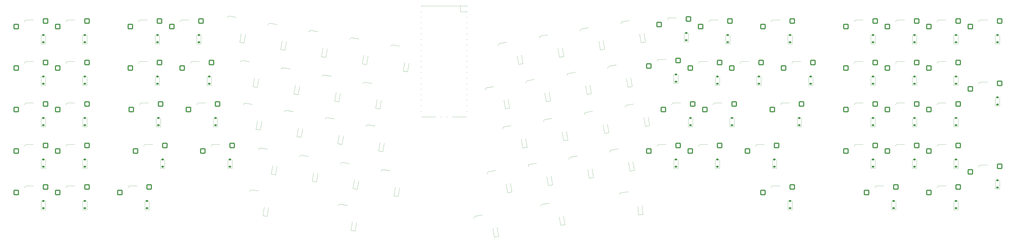
<source format=gbr>
%TF.GenerationSoftware,KiCad,Pcbnew,8.0.1*%
%TF.CreationDate,2024-04-27T19:13:13+09:00*%
%TF.ProjectId,sand-at,73616e64-2d61-4742-9e6b-696361645f70,rev?*%
%TF.SameCoordinates,Original*%
%TF.FileFunction,Legend,Bot*%
%TF.FilePolarity,Positive*%
%FSLAX46Y46*%
G04 Gerber Fmt 4.6, Leading zero omitted, Abs format (unit mm)*
G04 Created by KiCad (PCBNEW 8.0.1) date 2024-04-27 19:13:13*
%MOMM*%
%LPD*%
G01*
G04 APERTURE LIST*
G04 Aperture macros list*
%AMRoundRect*
0 Rectangle with rounded corners*
0 $1 Rounding radius*
0 $2 $3 $4 $5 $6 $7 $8 $9 X,Y pos of 4 corners*
0 Add a 4 corners polygon primitive as box body*
4,1,4,$2,$3,$4,$5,$6,$7,$8,$9,$2,$3,0*
0 Add four circle primitives for the rounded corners*
1,1,$1+$1,$2,$3*
1,1,$1+$1,$4,$5*
1,1,$1+$1,$6,$7*
1,1,$1+$1,$8,$9*
0 Add four rect primitives between the rounded corners*
20,1,$1+$1,$2,$3,$4,$5,0*
20,1,$1+$1,$4,$5,$6,$7,0*
20,1,$1+$1,$6,$7,$8,$9,0*
20,1,$1+$1,$8,$9,$2,$3,0*%
G04 Aperture macros list end*
%ADD10C,0.120000*%
%ADD11C,1.750000*%
%ADD12C,3.987800*%
%ADD13RoundRect,0.250000X-0.835780X-1.162797X1.183076X-0.806818X0.835780X1.162797X-1.183076X0.806818X0*%
%ADD14C,3.300000*%
%ADD15RoundRect,0.250000X-1.025000X-1.000000X1.025000X-1.000000X1.025000X1.000000X-1.025000X1.000000X0*%
%ADD16RoundRect,0.250000X-1.183076X-0.806818X0.835780X-1.162797X1.183076X0.806818X-0.835780X1.162797X0*%
%ADD17C,4.000000*%
%ADD18RoundRect,0.250000X-0.914856X-1.101664X1.123913X-0.887380X0.914856X1.101664X-1.123913X0.887380X0*%
%ADD19RoundRect,0.250000X-1.161551X-0.837511X0.865932X-1.140521X1.161551X0.837511X-0.865932X1.140521X0*%
%ADD20RoundRect,0.225000X0.330232X-0.286700X0.408374X0.156464X-0.330232X0.286700X-0.408374X-0.156464X0*%
%ADD21RoundRect,0.225000X0.396465X-0.184569X0.349427X0.262966X-0.396465X0.184569X-0.349427X-0.262966X0*%
%ADD22RoundRect,0.225000X0.408374X-0.156464X0.330232X0.286700X-0.408374X0.156464X-0.330232X-0.286700X0*%
%ADD23RoundRect,0.225000X0.375000X-0.225000X0.375000X0.225000X-0.375000X0.225000X-0.375000X-0.225000X0*%
%ADD24RoundRect,0.225000X0.337624X-0.277957X0.404138X0.167100X-0.337624X0.277957X-0.404138X-0.167100X0*%
%ADD25O,1.800000X1.800000*%
%ADD26O,1.500000X1.500000*%
%ADD27O,1.700000X1.700000*%
%ADD28R,3.500000X1.700000*%
%ADD29R,1.700000X1.700000*%
%ADD30R,1.700000X3.500000*%
G04 APERTURE END LIST*
D10*
%TO.C,SW52*%
X341640075Y-85185100D02*
X344636740Y-84656707D01*
X340828916Y-86343556D02*
G75*
G02*
X341640075Y-85185101I984815J173643D01*
G01*
%TO.C,SW60*%
X85032107Y-103193050D02*
X88075000Y-103193050D01*
X84032107Y-104193050D02*
G75*
G02*
X85032107Y-103193050I1000006J-6D01*
G01*
%TO.C,SW27*%
X202777929Y-71330372D02*
X205774594Y-71858765D01*
X201619473Y-72141531D02*
G75*
G02*
X202777929Y-71330372I984811J-173653D01*
G01*
%TO.C,SW7*%
X196705633Y-50915785D02*
X199702298Y-51444178D01*
X195547177Y-51726944D02*
G75*
G02*
X196705633Y-50915785I984811J-173653D01*
G01*
%TO.C,SW51*%
X322879487Y-88493098D02*
X325876152Y-87964705D01*
X322068328Y-89651554D02*
G75*
G02*
X322879487Y-88493099I984815J173643D01*
G01*
%TO.C,SW67*%
X278347986Y-115689080D02*
X281344651Y-115160687D01*
X277536827Y-116847536D02*
G75*
G02*
X278347986Y-115689081I984815J173643D01*
G01*
%TO.C,SW88*%
X485082107Y-122243050D02*
X488125000Y-122243050D01*
X484082107Y-123243050D02*
G75*
G02*
X485082107Y-122243050I1000006J-6D01*
G01*
%TO.C,SW14*%
X361257107Y-45090550D02*
X364300000Y-45090550D01*
X360257107Y-46090550D02*
G75*
G02*
X361257107Y-45090550I1000006J-6D01*
G01*
%TO.C,SW85*%
X339230017Y-125296986D02*
X342256241Y-124978917D01*
X338340024Y-126396036D02*
G75*
G02*
X339230017Y-125296987I994526J104524D01*
G01*
%TO.C,SW12*%
X320953639Y-50144923D02*
X323950304Y-49616530D01*
X320142480Y-51303379D02*
G75*
G02*
X320953639Y-50144924I984815J173643D01*
G01*
%TO.C,SW59*%
X65982107Y-103193050D02*
X69025000Y-103193050D01*
X64982107Y-104193050D02*
G75*
G02*
X65982107Y-103193050I1000006J-6D01*
G01*
%TO.C,SW44*%
X145039607Y-84143050D02*
X148082500Y-84143050D01*
X144039607Y-85143050D02*
G75*
G02*
X145039607Y-84143050I1000006J-6D01*
G01*
%TO.C,SW87*%
X456507107Y-122243050D02*
X459550000Y-122243050D01*
X455507107Y-123243050D02*
G75*
G02*
X456507107Y-122243050I1000006J-6D01*
G01*
%TO.C,SW49*%
X285358312Y-95109094D02*
X288354977Y-94580701D01*
X284547153Y-96267550D02*
G75*
G02*
X285358312Y-95109095I984815J173643D01*
G01*
%TO.C,SW20*%
X504132107Y-46043050D02*
X507175000Y-46043050D01*
X503132107Y-47043050D02*
G75*
G02*
X504132107Y-46043050I1000006J-6D01*
G01*
%TO.C,SW2*%
X85032107Y-46043050D02*
X88075000Y-46043050D01*
X84032107Y-47043050D02*
G75*
G02*
X85032107Y-46043050I1000006J-6D01*
G01*
%TO.C,SW30*%
X296120755Y-73867508D02*
X299117420Y-73339115D01*
X295309596Y-75025964D02*
G75*
G02*
X296120755Y-73867509I984815J173643D01*
G01*
%TO.C,SW73*%
X401738357Y-103193050D02*
X404781250Y-103193050D01*
X400738357Y-104193050D02*
G75*
G02*
X401738357Y-103193050I1000006J-6D01*
G01*
%TO.C,SW10*%
X283432463Y-56760919D02*
X286429128Y-56232526D01*
X282621304Y-57919375D02*
G75*
G02*
X283432463Y-56760920I984815J173643D01*
G01*
%TO.C,SW25*%
X165256754Y-64714376D02*
X168253419Y-65242769D01*
X164098298Y-65525535D02*
G75*
G02*
X165256754Y-64714376I984811J-173653D01*
G01*
%TO.C,SW31*%
X314881343Y-70559510D02*
X317878008Y-70031117D01*
X314070184Y-71717966D02*
G75*
G02*
X314881343Y-70559511I984815J173643D01*
G01*
%TO.C,SW82*%
X210207479Y-130672033D02*
X213204144Y-131200426D01*
X209049023Y-131483192D02*
G75*
G02*
X210207479Y-130672033I984811J-173653D01*
G01*
%TO.C,SW39*%
X485082107Y-65093050D02*
X488125000Y-65093050D01*
X484082107Y-66093050D02*
G75*
G02*
X485082107Y-65093050I1000006J-6D01*
G01*
%TO.C,SW40*%
X504132107Y-74618050D02*
X507175000Y-74618050D01*
X503132107Y-75618050D02*
G75*
G02*
X504132107Y-74618050I1000006J-6D01*
G01*
%TO.C,SW3*%
X118369607Y-46043050D02*
X121412500Y-46043050D01*
X117369607Y-47043050D02*
G75*
G02*
X118369607Y-46043050I1000006J-6D01*
G01*
%TO.C,SW74*%
X446982107Y-103193050D02*
X450025000Y-103193050D01*
X445982107Y-104193050D02*
G75*
G02*
X446982107Y-103193050I1000006J-6D01*
G01*
%TO.C,SW63*%
X173649228Y-104881950D02*
X176645893Y-105410343D01*
X172490772Y-105693109D02*
G75*
G02*
X173649228Y-104881950I984811J-173653D01*
G01*
%TO.C,SW65*%
X211170404Y-111497945D02*
X214167069Y-112026338D01*
X210011948Y-112309104D02*
G75*
G02*
X211170404Y-111497945I984811J-173653D01*
G01*
%TO.C,SW84*%
X302761645Y-130728170D02*
X305758310Y-130199777D01*
X301950486Y-131886626D02*
G75*
G02*
X302761645Y-130728171I984815J173643D01*
G01*
%TO.C,SW1*%
X65982107Y-46043050D02*
X69025000Y-46043050D01*
X64982107Y-47043050D02*
G75*
G02*
X65982107Y-46043050I1000006J-6D01*
G01*
%TO.C,SW81*%
X169540691Y-124082241D02*
X172550161Y-124532009D01*
X168403867Y-124923447D02*
G75*
G02*
X169540691Y-124082242I989017J-147813D01*
G01*
%TO.C,SW50*%
X304118900Y-91801096D02*
X307115565Y-91272703D01*
X303307741Y-92959552D02*
G75*
G02*
X304118900Y-91801097I984815J173643D01*
G01*
%TO.C,SW24*%
X142182107Y-65093050D02*
X145225000Y-65093050D01*
X141182107Y-66093050D02*
G75*
G02*
X142182107Y-65093050I1000006J-6D01*
G01*
%TO.C,SW48*%
X222920666Y-94225957D02*
X225917331Y-94754350D01*
X221762210Y-95037116D02*
G75*
G02*
X222920666Y-94225957I984811J-173653D01*
G01*
%TO.C,SW56*%
X446982107Y-84143050D02*
X450025000Y-84143050D01*
X445982107Y-85143050D02*
G75*
G02*
X446982107Y-84143050I1000006J-6D01*
G01*
%TO.C,SW5*%
X159184458Y-44299790D02*
X162181123Y-44828183D01*
X158026002Y-45110949D02*
G75*
G02*
X159184458Y-44299790I984811J-173653D01*
G01*
%TO.C,SW26*%
X184017342Y-68022374D02*
X187014007Y-68550767D01*
X182858886Y-68833533D02*
G75*
G02*
X184017342Y-68022374I984811J-173653D01*
G01*
%TO.C,SW61*%
X120750857Y-103193050D02*
X123793750Y-103193050D01*
X119750857Y-104193050D02*
G75*
G02*
X120750857Y-103193050I1000006J-6D01*
G01*
%TO.C,SW8*%
X215466221Y-54223783D02*
X218462886Y-54752176D01*
X214307765Y-55034942D02*
G75*
G02*
X215466221Y-54223783I984811J-173653D01*
G01*
%TO.C,SW23*%
X118369607Y-65093050D02*
X121412500Y-65093050D01*
X117369607Y-66093050D02*
G75*
G02*
X118369607Y-65093050I1000006J-6D01*
G01*
%TO.C,SW86*%
X408882107Y-122243050D02*
X411925000Y-122243050D01*
X407882107Y-123243050D02*
G75*
G02*
X408882107Y-122243050I1000006J-6D01*
G01*
%TO.C,SW33*%
X356494607Y-64140550D02*
X359537500Y-64140550D01*
X355494607Y-65140550D02*
G75*
G02*
X356494607Y-64140550I1000006J-6D01*
G01*
%TO.C,SW13*%
X339714226Y-46836925D02*
X342710891Y-46308532D01*
X338903067Y-47995381D02*
G75*
G02*
X339714226Y-46836926I984815J173643D01*
G01*
%TO.C,SW55*%
X413168357Y-84143050D02*
X416211250Y-84143050D01*
X412168357Y-85143050D02*
G75*
G02*
X413168357Y-84143050I1000006J-6D01*
G01*
%TO.C,SW71*%
X356494607Y-103193050D02*
X359537500Y-103193050D01*
X355494607Y-104193050D02*
G75*
G02*
X356494607Y-103193050I1000006J-6D01*
G01*
%TO.C,SW36*%
X418407107Y-65093050D02*
X421450000Y-65093050D01*
X417407107Y-66093050D02*
G75*
G02*
X418407107Y-65093050I1000006J-6D01*
G01*
%TO.C,SW34*%
X375544607Y-65093050D02*
X378587500Y-65093050D01*
X374544607Y-66093050D02*
G75*
G02*
X375544607Y-65093050I1000006J-6D01*
G01*
%TO.C,SW42*%
X85032107Y-84143050D02*
X88075000Y-84143050D01*
X84032107Y-85143050D02*
G75*
G02*
X85032107Y-84143050I1000006J-6D01*
G01*
%TO.C,SW46*%
X185399491Y-87609961D02*
X188396156Y-88138354D01*
X184241035Y-88421120D02*
G75*
G02*
X185399491Y-87609961I984811J-173653D01*
G01*
%TO.C,SW21*%
X65982107Y-65093050D02*
X69025000Y-65093050D01*
X64982107Y-66093050D02*
G75*
G02*
X65982107Y-65093050I1000006J-6D01*
G01*
%TO.C,SW35*%
X394594607Y-65093050D02*
X397637500Y-65093050D01*
X393594607Y-66093050D02*
G75*
G02*
X394594607Y-65093050I1000006J-6D01*
G01*
%TO.C,SW45*%
X166638903Y-84301963D02*
X169635568Y-84830356D01*
X165480447Y-85113122D02*
G75*
G02*
X166638903Y-84301963I984811J-173653D01*
G01*
%TO.C,SW64*%
X192409816Y-108189948D02*
X195406481Y-108718341D01*
X191251360Y-109001107D02*
G75*
G02*
X192409816Y-108189948I984811J-173653D01*
G01*
%TO.C,SW70*%
X334629750Y-105765087D02*
X337626415Y-105236694D01*
X333818591Y-106923543D02*
G75*
G02*
X334629750Y-105765088I984815J173643D01*
G01*
%TO.C,SW9*%
X234226809Y-57531781D02*
X237223474Y-58060174D01*
X233068353Y-58342940D02*
G75*
G02*
X234226809Y-57531781I984811J-173653D01*
G01*
%TO.C,SW41*%
X65982107Y-84143050D02*
X69025000Y-84143050D01*
X64982107Y-85143050D02*
G75*
G02*
X65982107Y-84143050I1000006J-6D01*
G01*
%TO.C,SW11*%
X302193051Y-53452921D02*
X305189716Y-52924528D01*
X301381892Y-54611377D02*
G75*
G02*
X302193051Y-53452922I984815J173643D01*
G01*
%TO.C,SW37*%
X446982107Y-65093050D02*
X450025000Y-65093050D01*
X445982107Y-66093050D02*
G75*
G02*
X446982107Y-65093050I1000006J-6D01*
G01*
%TO.C,SW78*%
X65982107Y-122243050D02*
X69025000Y-122243050D01*
X64982107Y-123243050D02*
G75*
G02*
X65982107Y-122243050I1000006J-6D01*
G01*
%TO.C,SW54*%
X382212107Y-84143050D02*
X385255000Y-84143050D01*
X381212107Y-85143050D02*
G75*
G02*
X382212107Y-84143050I1000006J-6D01*
G01*
%TO.C,SW53*%
X363162107Y-84143050D02*
X366205000Y-84143050D01*
X362162107Y-85143050D02*
G75*
G02*
X363162107Y-84143050I1000006J-6D01*
G01*
%TO.C,SW75*%
X466032107Y-103193050D02*
X469075000Y-103193050D01*
X465032107Y-104193050D02*
G75*
G02*
X466032107Y-103193050I1000006J-6D01*
G01*
%TO.C,SW47*%
X204160078Y-90917959D02*
X207156743Y-91446352D01*
X203001622Y-91729118D02*
G75*
G02*
X204160078Y-90917959I984811J-173653D01*
G01*
%TO.C,SW17*%
X446982107Y-46043050D02*
X450025000Y-46043050D01*
X445982107Y-47043050D02*
G75*
G02*
X446982107Y-46043050I1000006J-6D01*
G01*
%TO.C,SW69*%
X315869162Y-109073085D02*
X318865827Y-108544692D01*
X315058003Y-110231541D02*
G75*
G02*
X315869162Y-109073086I984815J173643D01*
G01*
%TO.C,SW77*%
X504132107Y-112718050D02*
X507175000Y-112718050D01*
X503132107Y-113718050D02*
G75*
G02*
X504132107Y-112718050I1000006J-6D01*
G01*
%TO.C,SW28*%
X221538517Y-74638369D02*
X224535182Y-75166762D01*
X220380061Y-75449528D02*
G75*
G02*
X221538517Y-74638369I984811J-173653D01*
G01*
%TO.C,SW19*%
X485082107Y-46043050D02*
X488125000Y-46043050D01*
X484082107Y-47043050D02*
G75*
G02*
X485082107Y-46043050I1000006J-6D01*
G01*
%TO.C,SW66*%
X229930992Y-114805943D02*
X232927657Y-115334336D01*
X228772536Y-115617102D02*
G75*
G02*
X229930992Y-114805943I984811J-173653D01*
G01*
%TO.C,SW79*%
X85032107Y-122243050D02*
X88075000Y-122243050D01*
X84032107Y-123243050D02*
G75*
G02*
X85032107Y-122243050I1000006J-6D01*
G01*
%TO.C,SW18*%
X466032107Y-46043050D02*
X469075000Y-46043050D01*
X465032107Y-47043050D02*
G75*
G02*
X466032107Y-46043050I1000006J-6D01*
G01*
%TO.C,SW57*%
X466032107Y-84143050D02*
X469075000Y-84143050D01*
X465032107Y-85143050D02*
G75*
G02*
X466032107Y-84143050I1000006J-6D01*
G01*
%TO.C,SW83*%
X272275690Y-136103667D02*
X275272355Y-135575274D01*
X271464531Y-137262123D02*
G75*
G02*
X272275690Y-136103668I984815J173643D01*
G01*
%TO.C,SW6*%
X177945045Y-47607787D02*
X180941710Y-48136180D01*
X176786589Y-48418946D02*
G75*
G02*
X177945045Y-47607787I984811J-173653D01*
G01*
%TO.C,SW43*%
X118845857Y-84143050D02*
X121888750Y-84143050D01*
X117845857Y-85143050D02*
G75*
G02*
X118845857Y-84143050I1000006J-6D01*
G01*
%TO.C,SW32*%
X333641930Y-67251512D02*
X336638595Y-66723119D01*
X332830771Y-68409968D02*
G75*
G02*
X333641930Y-67251513I984815J173643D01*
G01*
%TO.C,SW15*%
X380307107Y-46043050D02*
X383350000Y-46043050D01*
X379307107Y-47043050D02*
G75*
G02*
X380307107Y-46043050I1000006J-6D01*
G01*
%TO.C,SW68*%
X297108574Y-112381082D02*
X300105239Y-111852689D01*
X296297415Y-113539538D02*
G75*
G02*
X297108574Y-112381083I984815J173643D01*
G01*
%TO.C,SW76*%
X485082107Y-103193050D02*
X488125000Y-103193050D01*
X484082107Y-104193050D02*
G75*
G02*
X485082107Y-103193050I1000006J-6D01*
G01*
%TO.C,SW58*%
X485082107Y-84143050D02*
X488125000Y-84143050D01*
X484082107Y-85143050D02*
G75*
G02*
X485082107Y-84143050I1000006J-6D01*
G01*
%TO.C,SW29*%
X277360167Y-77175505D02*
X280356832Y-76647112D01*
X276549008Y-78333961D02*
G75*
G02*
X277360167Y-77175506I984815J173643D01*
G01*
%TO.C,SW16*%
X408882107Y-46043050D02*
X411925000Y-46043050D01*
X407882107Y-47043050D02*
G75*
G02*
X408882107Y-46043050I1000006J-6D01*
G01*
%TO.C,SW72*%
X375544607Y-103193050D02*
X378587500Y-103193050D01*
X374544607Y-104193050D02*
G75*
G02*
X375544607Y-103193050I1000006J-6D01*
G01*
%TO.C,SW80*%
X113607107Y-122243050D02*
X116650000Y-122243050D01*
X112607107Y-123243050D02*
G75*
G02*
X113607107Y-122243050I1000006J-6D01*
G01*
%TO.C,SW38*%
X466032107Y-65093050D02*
X469075000Y-65093050D01*
X465032107Y-66093050D02*
G75*
G02*
X466032107Y-65093050I1000006J-6D01*
G01*
%TO.C,SW4*%
X137419607Y-46043050D02*
X140462500Y-46043050D01*
X136419607Y-47043050D02*
G75*
G02*
X137419607Y-46043050I1000006J-6D01*
G01*
%TO.C,SW62*%
X151707107Y-103193050D02*
X154750000Y-103193050D01*
X150707107Y-104193050D02*
G75*
G02*
X151707107Y-103193050I1000006J-6D01*
G01*
%TO.C,SW22*%
X85032107Y-65093050D02*
X88075000Y-65093050D01*
X84032107Y-66093050D02*
G75*
G02*
X85032107Y-65093050I1000006J-6D01*
G01*
%TO.C,D7*%
X201319516Y-62888875D02*
X203289131Y-63236171D01*
X202015845Y-58939796D02*
X201319516Y-62888875D01*
X203985460Y-59287092D02*
X203289131Y-63236171D01*
%TO.C,D85*%
X346546237Y-131546467D02*
X346965396Y-135534500D01*
X346965396Y-135534500D02*
X348954440Y-135325443D01*
X348535281Y-131337410D02*
X348954440Y-135325443D01*
%TO.C,D30*%
X303855096Y-79591412D02*
X304551425Y-83540491D01*
X304551425Y-83540491D02*
X306521040Y-83193195D01*
X305824711Y-79244116D02*
X306521040Y-83193195D01*
%TO.C,D52*%
X349374416Y-90909004D02*
X350070745Y-94858083D01*
X350070745Y-94858083D02*
X352040360Y-94510787D01*
X351344031Y-90561708D02*
X352040360Y-94510787D01*
%TO.C,D12*%
X328687980Y-55868827D02*
X329384309Y-59817906D01*
X329384309Y-59817906D02*
X331353924Y-59470610D01*
X330657595Y-55521531D02*
X331353924Y-59470610D01*
%TO.C,D11*%
X309927392Y-59176825D02*
X310623721Y-63125904D01*
X310623721Y-63125904D02*
X312593336Y-62778608D01*
X311897007Y-58829529D02*
X312593336Y-62778608D01*
%TO.C,D15*%
X386930000Y-53023050D02*
X386930000Y-57033050D01*
X386930000Y-57033050D02*
X388930000Y-57033050D01*
X388930000Y-53023050D02*
X388930000Y-57033050D01*
%TO.C,D38*%
X472655000Y-72073050D02*
X472655000Y-76083050D01*
X472655000Y-76083050D02*
X474655000Y-76083050D01*
X474655000Y-72073050D02*
X474655000Y-76083050D01*
%TO.C,D50*%
X311853241Y-97525000D02*
X312549570Y-101474079D01*
X312549570Y-101474079D02*
X314519185Y-101126783D01*
X313822856Y-97177704D02*
X314519185Y-101126783D01*
%TO.C,D81*%
X174466412Y-135930450D02*
X176444444Y-136226069D01*
X175059128Y-131964496D02*
X174466412Y-135930450D01*
X177037159Y-132260115D02*
X176444444Y-136226069D01*
%TO.C,D72*%
X382167500Y-110173050D02*
X382167500Y-114183050D01*
X382167500Y-114183050D02*
X384167500Y-114183050D01*
X384167500Y-110173050D02*
X384167500Y-114183050D01*
%TO.C,D56*%
X453605000Y-91123050D02*
X453605000Y-95133050D01*
X453605000Y-95133050D02*
X455605000Y-95133050D01*
X455605000Y-91123050D02*
X455605000Y-95133050D01*
%TO.C,D58*%
X491705000Y-91123050D02*
X491705000Y-95133050D01*
X491705000Y-95133050D02*
X493705000Y-95133050D01*
X493705000Y-91123050D02*
X493705000Y-95133050D01*
%TO.C,D3*%
X124992500Y-53023050D02*
X124992500Y-57033050D01*
X124992500Y-57033050D02*
X126992500Y-57033050D01*
X126992500Y-53023050D02*
X126992500Y-57033050D01*
%TO.C,D66*%
X234544875Y-126779033D02*
X236514490Y-127126329D01*
X235241204Y-122829954D02*
X234544875Y-126779033D01*
X237210819Y-123177250D02*
X236514490Y-127126329D01*
%TO.C,D77*%
X510755000Y-119698050D02*
X510755000Y-123708050D01*
X510755000Y-123708050D02*
X512755000Y-123708050D01*
X512755000Y-119698050D02*
X512755000Y-123708050D01*
%TO.C,D10*%
X291166804Y-62484823D02*
X291863133Y-66433902D01*
X291863133Y-66433902D02*
X293832748Y-66086606D01*
X293136419Y-62137527D02*
X293832748Y-66086606D01*
%TO.C,D60*%
X91655000Y-110173050D02*
X91655000Y-114183050D01*
X91655000Y-114183050D02*
X93655000Y-114183050D01*
X93655000Y-110173050D02*
X93655000Y-114183050D01*
%TO.C,D78*%
X72605000Y-129223050D02*
X72605000Y-133233050D01*
X72605000Y-133233050D02*
X74605000Y-133233050D01*
X74605000Y-129223050D02*
X74605000Y-133233050D01*
%TO.C,D76*%
X491705000Y-110173050D02*
X491705000Y-114183050D01*
X491705000Y-114183050D02*
X493705000Y-114183050D01*
X493705000Y-110173050D02*
X493705000Y-114183050D01*
%TO.C,D16*%
X415505000Y-53023050D02*
X415505000Y-57033050D01*
X415505000Y-57033050D02*
X417505000Y-57033050D01*
X417505000Y-53023050D02*
X417505000Y-57033050D01*
%TO.C,D69*%
X323603503Y-114796989D02*
X324299832Y-118746068D01*
X324299832Y-118746068D02*
X326269447Y-118398772D01*
X325573118Y-114449693D02*
X326269447Y-118398772D01*
%TO.C,D31*%
X322615684Y-76283414D02*
X323312013Y-80232493D01*
X323312013Y-80232493D02*
X325281628Y-79885197D01*
X324585299Y-75936118D02*
X325281628Y-79885197D01*
%TO.C,U1*%
X247110000Y-39620550D02*
X268110000Y-39620550D01*
X247110000Y-39920550D02*
X247110000Y-39620550D01*
X247110000Y-42420550D02*
X247110000Y-42020550D01*
X247110000Y-45020550D02*
X247110000Y-44620550D01*
X247110000Y-47520550D02*
X247110000Y-47120550D01*
X247110000Y-50120550D02*
X247110000Y-49720550D01*
X247110000Y-52620550D02*
X247110000Y-52220550D01*
X247110000Y-55120550D02*
X247110000Y-54720550D01*
X247110000Y-57720550D02*
X247110000Y-57320550D01*
X247110000Y-60220550D02*
X247110000Y-59820550D01*
X247110000Y-62820550D02*
X247110000Y-62420550D01*
X247110000Y-65320550D02*
X247110000Y-64920550D01*
X247110000Y-67820550D02*
X247110000Y-67420550D01*
X247110000Y-70420550D02*
X247110000Y-70020550D01*
X247110000Y-72920550D02*
X247110000Y-72520550D01*
X247110000Y-75520550D02*
X247110000Y-75120550D01*
X247110000Y-78020550D02*
X247110000Y-77620550D01*
X247110000Y-80620550D02*
X247110000Y-80220550D01*
X247110000Y-83120550D02*
X247110000Y-82720550D01*
X247110000Y-85620550D02*
X247110000Y-85220550D01*
X247110000Y-88220550D02*
X247110000Y-87820550D01*
X253910000Y-90620550D02*
X247110000Y-90620550D01*
X256110000Y-90620550D02*
X256510000Y-90620550D01*
X258710000Y-90620550D02*
X259110000Y-90620550D01*
X265103000Y-39620550D02*
X265103000Y-42287550D01*
X265103000Y-42287550D02*
X268110000Y-42287550D01*
X268110000Y-39920550D02*
X268110000Y-39620550D01*
X268110000Y-42420550D02*
X268110000Y-42020550D01*
X268110000Y-45020550D02*
X268110000Y-44620550D01*
X268110000Y-47520550D02*
X268110000Y-47120550D01*
X268110000Y-50120550D02*
X268110000Y-49720550D01*
X268110000Y-52620550D02*
X268110000Y-52220550D01*
X268110000Y-55120550D02*
X268110000Y-54720550D01*
X268110000Y-57720550D02*
X268110000Y-57320550D01*
X268110000Y-60220550D02*
X268110000Y-59820550D01*
X268110000Y-62820550D02*
X268110000Y-62420550D01*
X268110000Y-65320550D02*
X268110000Y-64920550D01*
X268110000Y-67820550D02*
X268110000Y-67420550D01*
X268110000Y-70420550D02*
X268110000Y-70020550D01*
X268110000Y-72920550D02*
X268110000Y-72520550D01*
X268110000Y-75520550D02*
X268110000Y-75120550D01*
X268110000Y-78020550D02*
X268110000Y-77620550D01*
X268110000Y-80620550D02*
X268110000Y-80220550D01*
X268110000Y-83120550D02*
X268110000Y-82720550D01*
X268110000Y-85620550D02*
X268110000Y-85220550D01*
X268110000Y-88220550D02*
X268110000Y-87820550D01*
X268110000Y-90620550D02*
X261310000Y-90620550D01*
%TO.C,D20*%
X510755000Y-53023050D02*
X510755000Y-57033050D01*
X510755000Y-57033050D02*
X512755000Y-57033050D01*
X512755000Y-53023050D02*
X512755000Y-57033050D01*
%TO.C,D61*%
X127373750Y-110173050D02*
X127373750Y-114183050D01*
X127373750Y-114183050D02*
X129373750Y-114183050D01*
X129373750Y-110173050D02*
X129373750Y-114183050D01*
%TO.C,D47*%
X208773961Y-102891049D02*
X210743576Y-103238345D01*
X209470290Y-98941970D02*
X208773961Y-102891049D01*
X211439905Y-99289266D02*
X210743576Y-103238345D01*
%TO.C,D14*%
X367880000Y-52070550D02*
X367880000Y-56080550D01*
X367880000Y-56080550D02*
X369880000Y-56080550D01*
X369880000Y-52070550D02*
X369880000Y-56080550D01*
%TO.C,D24*%
X148805000Y-72073050D02*
X148805000Y-76083050D01*
X148805000Y-76083050D02*
X150805000Y-76083050D01*
X150805000Y-72073050D02*
X150805000Y-76083050D01*
%TO.C,D79*%
X91655000Y-129223050D02*
X91655000Y-133233050D01*
X91655000Y-133233050D02*
X93655000Y-133233050D01*
X93655000Y-129223050D02*
X93655000Y-133233050D01*
%TO.C,D42*%
X91655000Y-91123050D02*
X91655000Y-95133050D01*
X91655000Y-95133050D02*
X93655000Y-95133050D01*
X93655000Y-91123050D02*
X93655000Y-95133050D01*
%TO.C,D34*%
X382167500Y-72073050D02*
X382167500Y-76083050D01*
X382167500Y-76083050D02*
X384167500Y-76083050D01*
X384167500Y-72073050D02*
X384167500Y-76083050D01*
%TO.C,D70*%
X342364091Y-111488991D02*
X343060420Y-115438070D01*
X343060420Y-115438070D02*
X345030035Y-115090774D01*
X344333706Y-111141695D02*
X345030035Y-115090774D01*
%TO.C,D59*%
X72605000Y-110173050D02*
X72605000Y-114183050D01*
X72605000Y-114183050D02*
X74605000Y-114183050D01*
X74605000Y-110173050D02*
X74605000Y-114183050D01*
%TO.C,D36*%
X425030000Y-72073050D02*
X425030000Y-76083050D01*
X425030000Y-76083050D02*
X427030000Y-76083050D01*
X427030000Y-72073050D02*
X427030000Y-76083050D01*
%TO.C,D53*%
X369785000Y-91123050D02*
X369785000Y-95133050D01*
X369785000Y-95133050D02*
X371785000Y-95133050D01*
X371785000Y-91123050D02*
X371785000Y-95133050D01*
%TO.C,D29*%
X285094508Y-82899409D02*
X285790837Y-86848488D01*
X285790837Y-86848488D02*
X287760452Y-86501192D01*
X287064123Y-82552113D02*
X287760452Y-86501192D01*
%TO.C,D67*%
X286082327Y-121412984D02*
X286778656Y-125362063D01*
X286778656Y-125362063D02*
X288748271Y-125014767D01*
X288051942Y-121065688D02*
X288748271Y-125014767D01*
%TO.C,D13*%
X347448567Y-52560829D02*
X348144896Y-56509908D01*
X348144896Y-56509908D02*
X350114511Y-56162612D01*
X349418182Y-52213533D02*
X350114511Y-56162612D01*
%TO.C,D32*%
X341376271Y-72975416D02*
X342072600Y-76924495D01*
X342072600Y-76924495D02*
X344042215Y-76577199D01*
X343345886Y-72628120D02*
X344042215Y-76577199D01*
%TO.C,D17*%
X453605000Y-53023050D02*
X453605000Y-57033050D01*
X453605000Y-57033050D02*
X455605000Y-57033050D01*
X455605000Y-53023050D02*
X455605000Y-57033050D01*
%TO.C,D5*%
X163798341Y-56272880D02*
X165767956Y-56620176D01*
X164494670Y-52323801D02*
X163798341Y-56272880D01*
X166464285Y-52671097D02*
X165767956Y-56620176D01*
%TO.C,D87*%
X463130000Y-129223050D02*
X463130000Y-133233050D01*
X463130000Y-133233050D02*
X465130000Y-133233050D01*
X465130000Y-129223050D02*
X465130000Y-133233050D01*
%TO.C,D18*%
X472655000Y-53023050D02*
X472655000Y-57033050D01*
X472655000Y-57033050D02*
X474655000Y-57033050D01*
X474655000Y-53023050D02*
X474655000Y-57033050D01*
%TO.C,D22*%
X91655000Y-72073050D02*
X91655000Y-76083050D01*
X91655000Y-76083050D02*
X93655000Y-76083050D01*
X93655000Y-72073050D02*
X93655000Y-76083050D01*
%TO.C,D45*%
X171252786Y-96275053D02*
X173222401Y-96622349D01*
X171949115Y-92325974D02*
X171252786Y-96275053D01*
X173918730Y-92673270D02*
X173222401Y-96622349D01*
%TO.C,D35*%
X401217500Y-72073050D02*
X401217500Y-76083050D01*
X401217500Y-76083050D02*
X403217500Y-76083050D01*
X403217500Y-72073050D02*
X403217500Y-76083050D01*
%TO.C,D33*%
X363117500Y-71120550D02*
X363117500Y-75130550D01*
X363117500Y-75130550D02*
X365117500Y-75130550D01*
X365117500Y-71120550D02*
X365117500Y-75130550D01*
%TO.C,D55*%
X419791250Y-91123050D02*
X419791250Y-95133050D01*
X419791250Y-95133050D02*
X421791250Y-95133050D01*
X421791250Y-91123050D02*
X421791250Y-95133050D01*
%TO.C,D46*%
X190013374Y-99583051D02*
X191982989Y-99930347D01*
X190709703Y-95633972D02*
X190013374Y-99583051D01*
X192679318Y-95981268D02*
X191982989Y-99930347D01*
%TO.C,D25*%
X169870637Y-76687466D02*
X171840252Y-77034762D01*
X170566966Y-72738387D02*
X169870637Y-76687466D01*
X172536581Y-73085683D02*
X171840252Y-77034762D01*
%TO.C,D37*%
X453605000Y-72073050D02*
X453605000Y-76083050D01*
X453605000Y-76083050D02*
X455605000Y-76083050D01*
X455605000Y-72073050D02*
X455605000Y-76083050D01*
%TO.C,D57*%
X472655000Y-91123050D02*
X472655000Y-95133050D01*
X472655000Y-95133050D02*
X474655000Y-95133050D01*
X474655000Y-91123050D02*
X474655000Y-95133050D01*
%TO.C,D9*%
X238840692Y-69504871D02*
X240810307Y-69852167D01*
X239537021Y-65555792D02*
X238840692Y-69504871D01*
X241506636Y-65903088D02*
X240810307Y-69852167D01*
%TO.C,D2*%
X91655000Y-53023050D02*
X91655000Y-57033050D01*
X91655000Y-57033050D02*
X93655000Y-57033050D01*
X93655000Y-53023050D02*
X93655000Y-57033050D01*
%TO.C,D21*%
X72605000Y-72073050D02*
X72605000Y-76083050D01*
X72605000Y-76083050D02*
X74605000Y-76083050D01*
X74605000Y-72073050D02*
X74605000Y-76083050D01*
%TO.C,D68*%
X304842915Y-118104986D02*
X305539244Y-122054065D01*
X305539244Y-122054065D02*
X307508859Y-121706769D01*
X306812530Y-117757690D02*
X307508859Y-121706769D01*
%TO.C,D75*%
X472655000Y-110173050D02*
X472655000Y-114183050D01*
X472655000Y-114183050D02*
X474655000Y-114183050D01*
X474655000Y-110173050D02*
X474655000Y-114183050D01*
%TO.C,D51*%
X330613828Y-94217002D02*
X331310157Y-98166081D01*
X331310157Y-98166081D02*
X333279772Y-97818785D01*
X332583443Y-93869706D02*
X333279772Y-97818785D01*
%TO.C,D27*%
X207391812Y-83303462D02*
X209361427Y-83650758D01*
X208088141Y-79354383D02*
X207391812Y-83303462D01*
X210057756Y-79701679D02*
X209361427Y-83650758D01*
%TO.C,D73*%
X408361250Y-110173050D02*
X408361250Y-114183050D01*
X408361250Y-114183050D02*
X410361250Y-114183050D01*
X410361250Y-110173050D02*
X410361250Y-114183050D01*
%TO.C,D54*%
X388835000Y-91123050D02*
X388835000Y-95133050D01*
X388835000Y-95133050D02*
X390835000Y-95133050D01*
X390835000Y-91123050D02*
X390835000Y-95133050D01*
%TO.C,D28*%
X226152400Y-86611459D02*
X228122015Y-86958755D01*
X226848729Y-82662380D02*
X226152400Y-86611459D01*
X228818344Y-83009676D02*
X228122015Y-86958755D01*
%TO.C,D84*%
X310495986Y-136452074D02*
X311192315Y-140401153D01*
X311192315Y-140401153D02*
X313161930Y-140053857D01*
X312465601Y-136104778D02*
X313161930Y-140053857D01*
%TO.C,D8*%
X220080104Y-66196873D02*
X222049719Y-66544169D01*
X220776433Y-62247794D02*
X220080104Y-66196873D01*
X222746048Y-62595090D02*
X222049719Y-66544169D01*
%TO.C,D4*%
X144042500Y-53023050D02*
X144042500Y-57033050D01*
X144042500Y-57033050D02*
X146042500Y-57033050D01*
X146042500Y-53023050D02*
X146042500Y-57033050D01*
%TO.C,D40*%
X510755000Y-81598050D02*
X510755000Y-85608050D01*
X510755000Y-85608050D02*
X512755000Y-85608050D01*
X512755000Y-81598050D02*
X512755000Y-85608050D01*
%TO.C,D88*%
X491705000Y-129223050D02*
X491705000Y-133233050D01*
X491705000Y-133233050D02*
X493705000Y-133233050D01*
X493705000Y-129223050D02*
X493705000Y-133233050D01*
%TO.C,D41*%
X72605000Y-91123050D02*
X72605000Y-95133050D01*
X72605000Y-95133050D02*
X74605000Y-95133050D01*
X74605000Y-91123050D02*
X74605000Y-95133050D01*
%TO.C,D44*%
X151662500Y-91123050D02*
X151662500Y-95133050D01*
X151662500Y-95133050D02*
X153662500Y-95133050D01*
X153662500Y-91123050D02*
X153662500Y-95133050D01*
%TO.C,D6*%
X182558928Y-59580877D02*
X184528543Y-59928173D01*
X183255257Y-55631798D02*
X182558928Y-59580877D01*
X185224872Y-55979094D02*
X184528543Y-59928173D01*
%TO.C,D65*%
X215784287Y-123471035D02*
X217753902Y-123818331D01*
X216480616Y-119521956D02*
X215784287Y-123471035D01*
X218450231Y-119869252D02*
X217753902Y-123818331D01*
%TO.C,D1*%
X72605000Y-53023050D02*
X72605000Y-57033050D01*
X72605000Y-57033050D02*
X74605000Y-57033050D01*
X74605000Y-53023050D02*
X74605000Y-57033050D01*
%TO.C,D39*%
X491705000Y-72073050D02*
X491705000Y-76083050D01*
X491705000Y-76083050D02*
X493705000Y-76083050D01*
X493705000Y-72073050D02*
X493705000Y-76083050D01*
%TO.C,D64*%
X197023699Y-120163038D02*
X198993314Y-120510334D01*
X197720028Y-116213959D02*
X197023699Y-120163038D01*
X199689643Y-116561255D02*
X198993314Y-120510334D01*
%TO.C,D49*%
X293092653Y-100832998D02*
X293788982Y-104782077D01*
X293788982Y-104782077D02*
X295758597Y-104434781D01*
X295062268Y-100485702D02*
X295758597Y-104434781D01*
%TO.C,D43*%
X125468750Y-91123050D02*
X125468750Y-95133050D01*
X125468750Y-95133050D02*
X127468750Y-95133050D01*
X127468750Y-91123050D02*
X127468750Y-95133050D01*
%TO.C,D80*%
X120230000Y-129223050D02*
X120230000Y-133233050D01*
X120230000Y-133233050D02*
X122230000Y-133233050D01*
X122230000Y-129223050D02*
X122230000Y-133233050D01*
%TO.C,D71*%
X363117500Y-110173050D02*
X363117500Y-114183050D01*
X363117500Y-114183050D02*
X365117500Y-114183050D01*
X365117500Y-110173050D02*
X365117500Y-114183050D01*
%TO.C,D83*%
X280010031Y-141827571D02*
X280706360Y-145776650D01*
X280706360Y-145776650D02*
X282675975Y-145429354D01*
X281979646Y-141480275D02*
X282675975Y-145429354D01*
%TO.C,D19*%
X491705000Y-53023050D02*
X491705000Y-57033050D01*
X491705000Y-57033050D02*
X493705000Y-57033050D01*
X493705000Y-53023050D02*
X493705000Y-57033050D01*
%TO.C,D26*%
X188631225Y-79995464D02*
X190600840Y-80342760D01*
X189327554Y-76046385D02*
X188631225Y-79995464D01*
X191297169Y-76393681D02*
X190600840Y-80342760D01*
%TO.C,D74*%
X453605000Y-110173050D02*
X453605000Y-114183050D01*
X453605000Y-114183050D02*
X455605000Y-114183050D01*
X455605000Y-110173050D02*
X455605000Y-114183050D01*
%TO.C,D48*%
X227534549Y-106199047D02*
X229504164Y-106546343D01*
X228230878Y-102249968D02*
X227534549Y-106199047D01*
X230200493Y-102597264D02*
X229504164Y-106546343D01*
%TO.C,D62*%
X158330000Y-110173050D02*
X158330000Y-114183050D01*
X158330000Y-114183050D02*
X160330000Y-114183050D01*
X160330000Y-110173050D02*
X160330000Y-114183050D01*
%TO.C,D63*%
X178263111Y-116855040D02*
X180232726Y-117202336D01*
X178959440Y-112905961D02*
X178263111Y-116855040D01*
X180929055Y-113253257D02*
X180232726Y-117202336D01*
%TO.C,D82*%
X214821362Y-142645123D02*
X216790977Y-142992419D01*
X215517691Y-138696044D02*
X214821362Y-142645123D01*
X217487306Y-139043340D02*
X216790977Y-142992419D01*
%TO.C,D23*%
X124992500Y-72073050D02*
X124992500Y-76083050D01*
X124992500Y-76083050D02*
X126992500Y-76083050D01*
X126992500Y-72073050D02*
X126992500Y-76083050D01*
%TO.C,D86*%
X415505000Y-129223050D02*
X415505000Y-133233050D01*
X415505000Y-133233050D02*
X417505000Y-133233050D01*
X417505000Y-129223050D02*
X417505000Y-133233050D01*
%TD*%
%LPC*%
D11*
%TO.C,SW52*%
X340113943Y-91140588D03*
D12*
X345116766Y-90258455D03*
D11*
X350119589Y-89376322D03*
D13*
X337427515Y-89035094D03*
D14*
X340923582Y-88418643D03*
X346736045Y-84814565D03*
D13*
X350232112Y-84198114D03*
%TD*%
D11*
%TO.C,SW60*%
X82495000Y-108793050D03*
D12*
X87575000Y-108793050D03*
D11*
X92655000Y-108793050D03*
D15*
X80215000Y-106253050D03*
D14*
X83765000Y-106253050D03*
X90115000Y-103713050D03*
D15*
X93665000Y-103713050D03*
%TD*%
D11*
%TO.C,SW27*%
X199306937Y-76404731D03*
D12*
X204309760Y-77286864D03*
D11*
X209312583Y-78168997D03*
D16*
X197502641Y-73507402D03*
D14*
X200998709Y-74123853D03*
X207693304Y-72725107D03*
D16*
X211189372Y-73341558D03*
%TD*%
D11*
%TO.C,SW7*%
X193234641Y-55990144D03*
D12*
X198237464Y-56872277D03*
D11*
X203240287Y-57754410D03*
D16*
X191430345Y-53092815D03*
D14*
X194926413Y-53709266D03*
X201621008Y-52310520D03*
D16*
X205117076Y-52926971D03*
%TD*%
D17*
%TO.C,S84*%
X319176636Y-140612909D03*
D12*
X316530238Y-125604438D03*
D17*
X295725901Y-144747906D03*
D12*
X293079503Y-129739436D03*
%TD*%
D11*
%TO.C,SW51*%
X321353355Y-94448586D03*
D12*
X326356178Y-93566453D03*
D11*
X331359001Y-92684320D03*
D13*
X318666927Y-92343092D03*
D14*
X322162994Y-91726641D03*
X327975457Y-88122563D03*
D13*
X331471524Y-87506112D03*
%TD*%
D11*
%TO.C,SW67*%
X276821854Y-121644568D03*
D12*
X281824677Y-120762435D03*
D11*
X286827500Y-119880302D03*
D13*
X274135426Y-119539074D03*
D14*
X277631493Y-118922623D03*
X283443956Y-115318545D03*
D13*
X286940023Y-114702094D03*
%TD*%
D11*
%TO.C,SW88*%
X482545000Y-127843050D03*
D12*
X487625000Y-127843050D03*
D11*
X492705000Y-127843050D03*
D15*
X480265000Y-125303050D03*
D14*
X483815000Y-125303050D03*
X490165000Y-122763050D03*
D15*
X493715000Y-122763050D03*
%TD*%
D11*
%TO.C,SW14*%
X358720000Y-50690550D03*
D12*
X363800000Y-50690550D03*
D11*
X368880000Y-50690550D03*
D15*
X356440000Y-48150550D03*
D14*
X359990000Y-48150550D03*
X366340000Y-45610550D03*
D15*
X369890000Y-45610550D03*
%TD*%
D11*
%TO.C,SW85*%
X337292168Y-131131509D03*
D12*
X342344339Y-130600504D03*
D11*
X347396510Y-130069499D03*
D18*
X334759156Y-128843748D03*
D14*
X338289708Y-128472672D03*
X344339420Y-125282830D03*
D18*
X347869973Y-124911754D03*
%TD*%
D11*
%TO.C,SW12*%
X319427507Y-56100411D03*
D12*
X324430330Y-55218278D03*
D11*
X329433153Y-54336145D03*
D13*
X316741079Y-53994917D03*
D14*
X320237146Y-53378466D03*
X326049609Y-49774388D03*
D13*
X329545676Y-49157937D03*
%TD*%
D11*
%TO.C,SW59*%
X63445000Y-108793050D03*
D12*
X68525000Y-108793050D03*
D11*
X73605000Y-108793050D03*
D15*
X61165000Y-106253050D03*
D14*
X64715000Y-106253050D03*
X71065000Y-103713050D03*
D15*
X74615000Y-103713050D03*
%TD*%
D11*
%TO.C,SW44*%
X142502500Y-89743050D03*
D12*
X147582500Y-89743050D03*
D11*
X152662500Y-89743050D03*
D15*
X140222500Y-87203050D03*
D14*
X143772500Y-87203050D03*
X150122500Y-84663050D03*
D15*
X153672500Y-84663050D03*
%TD*%
D11*
%TO.C,SW87*%
X453970000Y-127843050D03*
D12*
X459050000Y-127843050D03*
D11*
X464130000Y-127843050D03*
D15*
X451690000Y-125303050D03*
D14*
X455240000Y-125303050D03*
X461590000Y-122763050D03*
D15*
X465140000Y-122763050D03*
%TD*%
D11*
%TO.C,SW49*%
X283832180Y-101064582D03*
D12*
X288835003Y-100182449D03*
D11*
X293837826Y-99300316D03*
D13*
X281145752Y-98959088D03*
D14*
X284641819Y-98342637D03*
X290454282Y-94738559D03*
D13*
X293950349Y-94122108D03*
%TD*%
D11*
%TO.C,SW20*%
X501595000Y-51643050D03*
D12*
X506675000Y-51643050D03*
D11*
X511755000Y-51643050D03*
D15*
X499315000Y-49103050D03*
D14*
X502865000Y-49103050D03*
X509215000Y-46563050D03*
D15*
X512765000Y-46563050D03*
%TD*%
D11*
%TO.C,SW2*%
X82495000Y-51643050D03*
D12*
X87575000Y-51643050D03*
D11*
X92655000Y-51643050D03*
D15*
X80215000Y-49103050D03*
D14*
X83765000Y-49103050D03*
X90115000Y-46563050D03*
D15*
X93665000Y-46563050D03*
%TD*%
D11*
%TO.C,SW30*%
X294594623Y-79822996D03*
D12*
X299597446Y-78940863D03*
D11*
X304600269Y-78058730D03*
D13*
X291908195Y-77717502D03*
D14*
X295404262Y-77101051D03*
X301216725Y-73496973D03*
D13*
X304712792Y-72880522D03*
%TD*%
D11*
%TO.C,SW73*%
X399201250Y-108793050D03*
D12*
X404281250Y-108793050D03*
D11*
X409361250Y-108793050D03*
D15*
X396921250Y-106253050D03*
D14*
X400471250Y-106253050D03*
X406821250Y-103713050D03*
D15*
X410371250Y-103713050D03*
%TD*%
D11*
%TO.C,SW10*%
X281906331Y-62716407D03*
D12*
X286909154Y-61834274D03*
D11*
X291911977Y-60952141D03*
D13*
X279219903Y-60610913D03*
D14*
X282715970Y-59994462D03*
X288528433Y-56390384D03*
D13*
X292024500Y-55773933D03*
%TD*%
D11*
%TO.C,SW25*%
X161785762Y-69788735D03*
D12*
X166788585Y-70670868D03*
D11*
X171791408Y-71553001D03*
D16*
X159981466Y-66891406D03*
D14*
X163477534Y-67507857D03*
X170172129Y-66109111D03*
D16*
X173668197Y-66725562D03*
%TD*%
D11*
%TO.C,SW31*%
X313355211Y-76514998D03*
D12*
X318358034Y-75632865D03*
D11*
X323360857Y-74750732D03*
D13*
X310668783Y-74409504D03*
D14*
X314164850Y-73793053D03*
X319977313Y-70188975D03*
D13*
X323473380Y-69572524D03*
%TD*%
D11*
%TO.C,SW82*%
X206736487Y-135746392D03*
D12*
X211739310Y-136628525D03*
D11*
X216742133Y-137510658D03*
D16*
X204932191Y-132849063D03*
D14*
X208428259Y-133465514D03*
X215122854Y-132066768D03*
D16*
X218618922Y-132683219D03*
%TD*%
D11*
%TO.C,SW39*%
X482545000Y-70693050D03*
D12*
X487625000Y-70693050D03*
D11*
X492705000Y-70693050D03*
D15*
X480265000Y-68153050D03*
D14*
X483815000Y-68153050D03*
X490165000Y-65613050D03*
D15*
X493715000Y-65613050D03*
%TD*%
D11*
%TO.C,SW40*%
X501595000Y-80218050D03*
D12*
X506675000Y-80218050D03*
D11*
X511755000Y-80218050D03*
D15*
X499315000Y-77678050D03*
D14*
X502865000Y-77678050D03*
X509215000Y-75138050D03*
D15*
X512765000Y-75138050D03*
%TD*%
D11*
%TO.C,SW3*%
X115832500Y-51643050D03*
D12*
X120912500Y-51643050D03*
D11*
X125992500Y-51643050D03*
D15*
X113552500Y-49103050D03*
D14*
X117102500Y-49103050D03*
X123452500Y-46563050D03*
D15*
X127002500Y-46563050D03*
%TD*%
D11*
%TO.C,SW74*%
X444445000Y-108793050D03*
D12*
X449525000Y-108793050D03*
D11*
X454605000Y-108793050D03*
D15*
X442165000Y-106253050D03*
D14*
X445715000Y-106253050D03*
X452065000Y-103713050D03*
D15*
X455615000Y-103713050D03*
%TD*%
D11*
%TO.C,SW63*%
X170178236Y-109956309D03*
D12*
X175181059Y-110838442D03*
D11*
X180183882Y-111720575D03*
D16*
X168373940Y-107058980D03*
D14*
X171870008Y-107675431D03*
X178564603Y-106276685D03*
D16*
X182060671Y-106893136D03*
%TD*%
D17*
%TO.C,S61*%
X111387500Y-101808050D03*
D12*
X111387500Y-117048050D03*
D17*
X135200000Y-101808050D03*
D12*
X135200000Y-117048050D03*
%TD*%
D11*
%TO.C,SW65*%
X207699412Y-116572304D03*
D12*
X212702235Y-117454437D03*
D11*
X217705058Y-118336570D03*
D16*
X205895116Y-113674975D03*
D14*
X209391184Y-114291426D03*
X216085779Y-112892680D03*
D16*
X219581847Y-113509131D03*
%TD*%
D11*
%TO.C,SW84*%
X301235513Y-136683658D03*
D12*
X306238336Y-135801525D03*
D11*
X311241159Y-134919392D03*
D13*
X298549085Y-134578164D03*
D14*
X302045152Y-133961713D03*
X307857615Y-130357635D03*
D13*
X311353682Y-129741184D03*
%TD*%
D11*
%TO.C,SW1*%
X63445000Y-51643050D03*
D12*
X68525000Y-51643050D03*
D11*
X73605000Y-51643050D03*
D15*
X61165000Y-49103050D03*
D14*
X64715000Y-49103050D03*
X71065000Y-46563050D03*
D15*
X74615000Y-46563050D03*
%TD*%
D11*
%TO.C,SW81*%
X166203719Y-129245721D03*
D12*
X171227920Y-129996593D03*
D11*
X176252121Y-130747465D03*
D19*
X164324199Y-126396615D03*
D14*
X167835205Y-126921339D03*
X174490892Y-125347828D03*
D19*
X178001898Y-125872552D03*
%TD*%
D11*
%TO.C,SW50*%
X302592768Y-97756584D03*
D12*
X307595591Y-96874451D03*
D11*
X312598414Y-95992318D03*
D13*
X299906340Y-95651090D03*
D14*
X303402407Y-95034639D03*
X309214870Y-91430561D03*
D13*
X312710937Y-90814110D03*
%TD*%
D11*
%TO.C,SW24*%
X139645000Y-70693050D03*
D12*
X144725000Y-70693050D03*
D11*
X149805000Y-70693050D03*
D15*
X137365000Y-68153050D03*
D14*
X140915000Y-68153050D03*
X147265000Y-65613050D03*
D15*
X150815000Y-65613050D03*
%TD*%
D11*
%TO.C,SW48*%
X219449674Y-99300316D03*
D12*
X224452497Y-100182449D03*
D11*
X229455320Y-101064582D03*
D16*
X217645378Y-96402987D03*
D14*
X221141446Y-97019438D03*
X227836041Y-95620692D03*
D16*
X231332109Y-96237143D03*
%TD*%
D11*
%TO.C,SW56*%
X444445000Y-89743050D03*
D12*
X449525000Y-89743050D03*
D11*
X454605000Y-89743050D03*
D15*
X442165000Y-87203050D03*
D14*
X445715000Y-87203050D03*
X452065000Y-84663050D03*
D15*
X455615000Y-84663050D03*
%TD*%
D11*
%TO.C,SW5*%
X155713466Y-49374149D03*
D12*
X160716289Y-50256282D03*
D11*
X165719112Y-51138415D03*
D16*
X153909170Y-46476820D03*
D14*
X157405238Y-47093271D03*
X164099833Y-45694525D03*
D16*
X167595901Y-46310976D03*
%TD*%
D11*
%TO.C,SW26*%
X180546350Y-73096733D03*
D12*
X185549173Y-73978866D03*
D11*
X190551996Y-74860999D03*
D16*
X178742054Y-70199404D03*
D14*
X182238122Y-70815855D03*
X188932717Y-69417109D03*
D16*
X192428785Y-70033560D03*
%TD*%
D11*
%TO.C,SW61*%
X118213750Y-108793050D03*
D12*
X123293750Y-108793050D03*
D11*
X128373750Y-108793050D03*
D15*
X115933750Y-106253050D03*
D14*
X119483750Y-106253050D03*
X125833750Y-103713050D03*
D15*
X129383750Y-103713050D03*
%TD*%
D11*
%TO.C,SW8*%
X211995229Y-59298142D03*
D12*
X216998052Y-60180275D03*
D11*
X222000875Y-61062408D03*
D16*
X210190933Y-56400813D03*
D14*
X213687001Y-57017264D03*
X220381596Y-55618518D03*
D16*
X223877664Y-56234969D03*
%TD*%
D11*
%TO.C,SW23*%
X115832500Y-70693050D03*
D12*
X120912500Y-70693050D03*
D11*
X125992500Y-70693050D03*
D15*
X113552500Y-68153050D03*
D14*
X117102500Y-68153050D03*
X123452500Y-65613050D03*
D15*
X127002500Y-65613050D03*
%TD*%
D11*
%TO.C,SW86*%
X406345000Y-127843050D03*
D12*
X411425000Y-127843050D03*
D11*
X416505000Y-127843050D03*
D15*
X404065000Y-125303050D03*
D14*
X407615000Y-125303050D03*
X413965000Y-122763050D03*
D15*
X417515000Y-122763050D03*
%TD*%
D11*
%TO.C,SW33*%
X353957500Y-69740550D03*
D12*
X359037500Y-69740550D03*
D11*
X364117500Y-69740550D03*
D15*
X351677500Y-67200550D03*
D14*
X355227500Y-67200550D03*
X361577500Y-64660550D03*
D15*
X365127500Y-64660550D03*
%TD*%
D11*
%TO.C,SW13*%
X338188094Y-52792413D03*
D12*
X343190917Y-51910280D03*
D11*
X348193740Y-51028147D03*
D13*
X335501666Y-50686919D03*
D14*
X338997733Y-50070468D03*
X344810196Y-46466390D03*
D13*
X348306263Y-45849939D03*
%TD*%
D11*
%TO.C,SW55*%
X410631250Y-89743050D03*
D12*
X415711250Y-89743050D03*
D11*
X420791250Y-89743050D03*
D15*
X408351250Y-87203050D03*
D14*
X411901250Y-87203050D03*
X418251250Y-84663050D03*
D15*
X421801250Y-84663050D03*
%TD*%
D11*
%TO.C,SW71*%
X353957500Y-108793050D03*
D12*
X359037500Y-108793050D03*
D11*
X364117500Y-108793050D03*
D15*
X351677500Y-106253050D03*
D14*
X355227500Y-106253050D03*
X361577500Y-103713050D03*
D15*
X365127500Y-103713050D03*
%TD*%
D17*
%TO.C,S40*%
X513660000Y-68311800D03*
D12*
X498420000Y-68311800D03*
D17*
X513660000Y-92124300D03*
D12*
X498420000Y-92124300D03*
%TD*%
D11*
%TO.C,SW36*%
X415870000Y-70693050D03*
D12*
X420950000Y-70693050D03*
D11*
X426030000Y-70693050D03*
D15*
X413590000Y-68153050D03*
D14*
X417140000Y-68153050D03*
X423490000Y-65613050D03*
D15*
X427040000Y-65613050D03*
%TD*%
D11*
%TO.C,SW34*%
X373007500Y-70693050D03*
D12*
X378087500Y-70693050D03*
D11*
X383167500Y-70693050D03*
D15*
X370727500Y-68153050D03*
D14*
X374277500Y-68153050D03*
X380627500Y-65613050D03*
D15*
X384177500Y-65613050D03*
%TD*%
D11*
%TO.C,SW42*%
X82495000Y-89743050D03*
D12*
X87575000Y-89743050D03*
D11*
X92655000Y-89743050D03*
D15*
X80215000Y-87203050D03*
D14*
X83765000Y-87203050D03*
X90115000Y-84663050D03*
D15*
X93665000Y-84663050D03*
%TD*%
D17*
%TO.C,S55*%
X403805000Y-82758050D03*
D12*
X403805000Y-97998050D03*
D17*
X427617500Y-82758050D03*
D12*
X427617500Y-97998050D03*
%TD*%
D11*
%TO.C,SW46*%
X181928499Y-92684320D03*
D12*
X186931322Y-93566453D03*
D11*
X191934145Y-94448586D03*
D16*
X180124203Y-89786991D03*
D14*
X183620271Y-90403442D03*
X190314866Y-89004696D03*
D16*
X193810934Y-89621147D03*
%TD*%
D11*
%TO.C,SW21*%
X63445000Y-70693050D03*
D12*
X68525000Y-70693050D03*
D11*
X73605000Y-70693050D03*
D15*
X61165000Y-68153050D03*
D14*
X64715000Y-68153050D03*
X71065000Y-65613050D03*
D15*
X74615000Y-65613050D03*
%TD*%
D11*
%TO.C,SW35*%
X392057500Y-70693050D03*
D12*
X397137500Y-70693050D03*
D11*
X402217500Y-70693050D03*
D15*
X389777500Y-68153050D03*
D14*
X393327500Y-68153050D03*
X399677500Y-65613050D03*
D15*
X403227500Y-65613050D03*
%TD*%
D11*
%TO.C,SW45*%
X163167911Y-89376322D03*
D12*
X168170734Y-90258455D03*
D11*
X173173557Y-91140588D03*
D16*
X161363615Y-86478993D03*
D14*
X164859683Y-87095444D03*
X171554278Y-85696698D03*
D16*
X175050346Y-86313149D03*
%TD*%
D11*
%TO.C,SW64*%
X188938824Y-113264307D03*
D12*
X193941647Y-114146440D03*
D11*
X198944470Y-115028573D03*
D16*
X187134528Y-110366978D03*
D14*
X190630596Y-110983429D03*
X197325191Y-109584683D03*
D16*
X200821259Y-110201134D03*
%TD*%
D11*
%TO.C,SW70*%
X333103618Y-111720575D03*
D12*
X338106441Y-110838442D03*
D11*
X343109264Y-109956309D03*
D13*
X330417190Y-109615081D03*
D14*
X333913257Y-108998630D03*
X339725720Y-105394552D03*
D13*
X343221787Y-104778101D03*
%TD*%
D11*
%TO.C,SW9*%
X230755817Y-62606140D03*
D12*
X235758640Y-63488273D03*
D11*
X240761463Y-64370406D03*
D16*
X228951521Y-59708811D03*
D14*
X232447589Y-60325262D03*
X239142184Y-58926516D03*
D16*
X242638252Y-59542967D03*
%TD*%
D11*
%TO.C,SW41*%
X63445000Y-89743050D03*
D12*
X68525000Y-89743050D03*
D11*
X73605000Y-89743050D03*
D15*
X61165000Y-87203050D03*
D14*
X64715000Y-87203050D03*
X71065000Y-84663050D03*
D15*
X74615000Y-84663050D03*
%TD*%
D11*
%TO.C,SW11*%
X300666919Y-59408409D03*
D12*
X305669742Y-58526276D03*
D11*
X310672565Y-57644143D03*
D13*
X297980491Y-57302915D03*
D14*
X301476558Y-56686464D03*
X307289021Y-53082386D03*
D13*
X310785088Y-52465935D03*
%TD*%
D11*
%TO.C,SW37*%
X444445000Y-70693050D03*
D12*
X449525000Y-70693050D03*
D11*
X454605000Y-70693050D03*
D15*
X442165000Y-68153050D03*
D14*
X445715000Y-68153050D03*
X452065000Y-65613050D03*
D15*
X455615000Y-65613050D03*
%TD*%
D11*
%TO.C,SW78*%
X63445000Y-127843050D03*
D12*
X68525000Y-127843050D03*
D11*
X73605000Y-127843050D03*
D15*
X61165000Y-125303050D03*
D14*
X64715000Y-125303050D03*
X71065000Y-122763050D03*
D15*
X74615000Y-122763050D03*
%TD*%
D11*
%TO.C,SW54*%
X379675000Y-89743050D03*
D12*
X384755000Y-89743050D03*
D11*
X389835000Y-89743050D03*
D15*
X377395000Y-87203050D03*
D14*
X380945000Y-87203050D03*
X387295000Y-84663050D03*
D15*
X390845000Y-84663050D03*
%TD*%
D11*
%TO.C,SW53*%
X360625000Y-89743050D03*
D12*
X365705000Y-89743050D03*
D11*
X370785000Y-89743050D03*
D15*
X358345000Y-87203050D03*
D14*
X361895000Y-87203050D03*
X368245000Y-84663050D03*
D15*
X371795000Y-84663050D03*
%TD*%
D11*
%TO.C,SW75*%
X463495000Y-108793050D03*
D12*
X468575000Y-108793050D03*
D11*
X473655000Y-108793050D03*
D15*
X461215000Y-106253050D03*
D14*
X464765000Y-106253050D03*
X471115000Y-103713050D03*
D15*
X474665000Y-103713050D03*
%TD*%
D11*
%TO.C,SW47*%
X200689086Y-95992318D03*
D12*
X205691909Y-96874451D03*
D11*
X210694732Y-97756584D03*
D16*
X198884790Y-93094989D03*
D14*
X202380858Y-93711440D03*
X209075453Y-92312694D03*
D16*
X212571521Y-92929145D03*
%TD*%
D11*
%TO.C,SW17*%
X444445000Y-51643050D03*
D12*
X449525000Y-51643050D03*
D11*
X454605000Y-51643050D03*
D15*
X442165000Y-49103050D03*
D14*
X445715000Y-49103050D03*
X452065000Y-46563050D03*
D15*
X455615000Y-46563050D03*
%TD*%
D17*
%TO.C,S16*%
X399518750Y-44658050D03*
D12*
X399518750Y-59898050D03*
D17*
X423331250Y-44658050D03*
D12*
X423331250Y-59898050D03*
%TD*%
D11*
%TO.C,SW69*%
X314343030Y-115028573D03*
D12*
X319345853Y-114146440D03*
D11*
X324348676Y-113264307D03*
D13*
X311656602Y-112923079D03*
D14*
X315152669Y-112306628D03*
X320965132Y-108702550D03*
D13*
X324461199Y-108086099D03*
%TD*%
D17*
%TO.C,S87*%
X470956250Y-135460000D03*
D12*
X470956250Y-120220000D03*
D17*
X447143750Y-135460000D03*
D12*
X447143750Y-120220000D03*
%TD*%
D11*
%TO.C,SW77*%
X501595000Y-118318050D03*
D12*
X506675000Y-118318050D03*
D11*
X511755000Y-118318050D03*
D15*
X499315000Y-115778050D03*
D14*
X502865000Y-115778050D03*
X509215000Y-113238050D03*
D15*
X512765000Y-113238050D03*
%TD*%
D17*
%TO.C,S82*%
X222251745Y-145574906D03*
D12*
X224898143Y-130566436D03*
D17*
X198801010Y-141439909D03*
D12*
X201447408Y-126431438D03*
%TD*%
D11*
%TO.C,SW28*%
X218067525Y-79712728D03*
D12*
X223070348Y-80594861D03*
D11*
X228073171Y-81476994D03*
D16*
X216263229Y-76815399D03*
D14*
X219759297Y-77431850D03*
X226453892Y-76033104D03*
D16*
X229949960Y-76649555D03*
%TD*%
D11*
%TO.C,SW19*%
X482545000Y-51643050D03*
D12*
X487625000Y-51643050D03*
D11*
X492705000Y-51643050D03*
D15*
X480265000Y-49103050D03*
D14*
X483815000Y-49103050D03*
X490165000Y-46563050D03*
D15*
X493715000Y-46563050D03*
%TD*%
D11*
%TO.C,SW66*%
X226460000Y-119880302D03*
D12*
X231462823Y-120762435D03*
D11*
X236465646Y-121644568D03*
D16*
X224655704Y-116982973D03*
D14*
X228151772Y-117599424D03*
X234846367Y-116200678D03*
D16*
X238342435Y-116817129D03*
%TD*%
D11*
%TO.C,SW79*%
X82495000Y-127843050D03*
D12*
X87575000Y-127843050D03*
D11*
X92655000Y-127843050D03*
D15*
X80215000Y-125303050D03*
D14*
X83765000Y-125303050D03*
X90115000Y-122763050D03*
D15*
X93665000Y-122763050D03*
%TD*%
D11*
%TO.C,SW18*%
X463495000Y-51643050D03*
D12*
X468575000Y-51643050D03*
D11*
X473655000Y-51643050D03*
D15*
X461215000Y-49103050D03*
D14*
X464765000Y-49103050D03*
X471115000Y-46563050D03*
D15*
X474665000Y-46563050D03*
%TD*%
D11*
%TO.C,SW57*%
X463495000Y-89743050D03*
D12*
X468575000Y-89743050D03*
D11*
X473655000Y-89743050D03*
D15*
X461215000Y-87203050D03*
D14*
X464765000Y-87203050D03*
X471115000Y-84663050D03*
D15*
X474665000Y-84663050D03*
%TD*%
D11*
%TO.C,SW83*%
X270749558Y-142059155D03*
D12*
X275752381Y-141177022D03*
D11*
X280755204Y-140294889D03*
D13*
X268063130Y-139953661D03*
D14*
X271559197Y-139337210D03*
X277371660Y-135733132D03*
D13*
X280867727Y-135116681D03*
%TD*%
D11*
%TO.C,SW6*%
X174474053Y-52682146D03*
D12*
X179476876Y-53564279D03*
D11*
X184479699Y-54446412D03*
D16*
X172669757Y-49784817D03*
D14*
X176165825Y-50401268D03*
X182860420Y-49002522D03*
D16*
X186356488Y-49618973D03*
%TD*%
D11*
%TO.C,SW43*%
X116308750Y-89743050D03*
D12*
X121388750Y-89743050D03*
D11*
X126468750Y-89743050D03*
D15*
X114028750Y-87203050D03*
D14*
X117578750Y-87203050D03*
X123928750Y-84663050D03*
D15*
X127478750Y-84663050D03*
%TD*%
D11*
%TO.C,SW32*%
X332115798Y-73207000D03*
D12*
X337118621Y-72324867D03*
D11*
X342121444Y-71442734D03*
D13*
X329429370Y-71101506D03*
D14*
X332925437Y-70485055D03*
X338737900Y-66880977D03*
D13*
X342233967Y-66264526D03*
%TD*%
D11*
%TO.C,SW15*%
X377770000Y-51643050D03*
D12*
X382850000Y-51643050D03*
D11*
X387930000Y-51643050D03*
D15*
X375490000Y-49103050D03*
D14*
X379040000Y-49103050D03*
X385390000Y-46563050D03*
D15*
X388940000Y-46563050D03*
%TD*%
D11*
%TO.C,SW68*%
X295582442Y-118336570D03*
D12*
X300585265Y-117454437D03*
D11*
X305588088Y-116572304D03*
D13*
X292896014Y-116231076D03*
D14*
X296392081Y-115614625D03*
X302204544Y-112010547D03*
D13*
X305700611Y-111394096D03*
%TD*%
D17*
%TO.C,S77*%
X513660000Y-106411800D03*
D12*
X498420000Y-106411800D03*
D17*
X513660000Y-130224300D03*
D12*
X498420000Y-130224300D03*
%TD*%
D11*
%TO.C,SW76*%
X482545000Y-108793050D03*
D12*
X487625000Y-108793050D03*
D11*
X492705000Y-108793050D03*
D15*
X480265000Y-106253050D03*
D14*
X483815000Y-106253050D03*
X490165000Y-103713050D03*
D15*
X493715000Y-103713050D03*
%TD*%
D11*
%TO.C,SW58*%
X482545000Y-89743050D03*
D12*
X487625000Y-89743050D03*
D11*
X492705000Y-89743050D03*
D15*
X480265000Y-87203050D03*
D14*
X483815000Y-87203050D03*
X490165000Y-84663050D03*
D15*
X493715000Y-84663050D03*
%TD*%
D11*
%TO.C,SW29*%
X275834035Y-83130993D03*
D12*
X280836858Y-82248860D03*
D11*
X285839681Y-81366727D03*
D13*
X273147607Y-81025499D03*
D14*
X276643674Y-80409048D03*
X282456137Y-76804970D03*
D13*
X285952204Y-76188519D03*
%TD*%
D11*
%TO.C,SW16*%
X406345000Y-51643050D03*
D12*
X411425000Y-51643050D03*
D11*
X416505000Y-51643050D03*
D15*
X404065000Y-49103050D03*
D14*
X407615000Y-49103050D03*
X413965000Y-46563050D03*
D15*
X417515000Y-46563050D03*
%TD*%
D11*
%TO.C,SW72*%
X373007500Y-108793050D03*
D12*
X378087500Y-108793050D03*
D11*
X383167500Y-108793050D03*
D15*
X370727500Y-106253050D03*
D14*
X374277500Y-106253050D03*
X380627500Y-103713050D03*
D15*
X384177500Y-103713050D03*
%TD*%
D11*
%TO.C,SW80*%
X111070000Y-127843050D03*
D12*
X116150000Y-127843050D03*
D11*
X121230000Y-127843050D03*
D15*
X108790000Y-125303050D03*
D14*
X112340000Y-125303050D03*
X118690000Y-122763050D03*
D15*
X122240000Y-122763050D03*
%TD*%
D11*
%TO.C,SW38*%
X463495000Y-70693050D03*
D12*
X468575000Y-70693050D03*
D11*
X473655000Y-70693050D03*
D15*
X461215000Y-68153050D03*
D14*
X464765000Y-68153050D03*
X471115000Y-65613050D03*
D15*
X474665000Y-65613050D03*
%TD*%
D11*
%TO.C,SW4*%
X134882500Y-51643050D03*
D12*
X139962500Y-51643050D03*
D11*
X145042500Y-51643050D03*
D15*
X132602500Y-49103050D03*
D14*
X136152500Y-49103050D03*
X142502500Y-46563050D03*
D15*
X146052500Y-46563050D03*
%TD*%
D11*
%TO.C,SW62*%
X149170000Y-108793050D03*
D12*
X154250000Y-108793050D03*
D11*
X159330000Y-108793050D03*
D15*
X146890000Y-106253050D03*
D14*
X150440000Y-106253050D03*
X156790000Y-103713050D03*
D15*
X160340000Y-103713050D03*
%TD*%
D11*
%TO.C,SW22*%
X82495000Y-70693050D03*
D12*
X87575000Y-70693050D03*
D11*
X92655000Y-70693050D03*
D15*
X80215000Y-68153050D03*
D14*
X83765000Y-68153050D03*
X90115000Y-65613050D03*
D15*
X93665000Y-65613050D03*
%TD*%
D20*
%TO.C,D7*%
X202427614Y-62363310D03*
X203000652Y-59113444D03*
%TD*%
D21*
%TO.C,D85*%
X347885703Y-134723861D03*
X347540759Y-131441939D03*
%TD*%
D22*
%TO.C,D30*%
X305412942Y-82667630D03*
X304839904Y-79417764D03*
%TD*%
%TO.C,D52*%
X350932262Y-93985222D03*
X350359224Y-90735356D03*
%TD*%
%TO.C,D12*%
X330245826Y-58945045D03*
X329672788Y-55695179D03*
%TD*%
%TO.C,D11*%
X311485238Y-62253043D03*
X310912200Y-59003177D03*
%TD*%
D23*
%TO.C,D15*%
X387930000Y-56323050D03*
X387930000Y-53023050D03*
%TD*%
%TO.C,D38*%
X473655000Y-75373050D03*
X473655000Y-72073050D03*
%TD*%
D22*
%TO.C,D50*%
X313411087Y-100601218D03*
X312838049Y-97351352D03*
%TD*%
D24*
%TO.C,D81*%
X175560372Y-135376058D03*
X176048144Y-132112306D03*
%TD*%
D23*
%TO.C,D72*%
X383167500Y-113473050D03*
X383167500Y-110173050D03*
%TD*%
%TO.C,D56*%
X454605000Y-94423050D03*
X454605000Y-91123050D03*
%TD*%
%TO.C,D58*%
X492705000Y-94423050D03*
X492705000Y-91123050D03*
%TD*%
%TO.C,D3*%
X125992500Y-56323050D03*
X125992500Y-53023050D03*
%TD*%
D20*
%TO.C,D66*%
X235652973Y-126253468D03*
X236226011Y-123003602D03*
%TD*%
D23*
%TO.C,D77*%
X511755000Y-122998050D03*
X511755000Y-119698050D03*
%TD*%
D22*
%TO.C,D10*%
X292724650Y-65561041D03*
X292151612Y-62311175D03*
%TD*%
D23*
%TO.C,D60*%
X92655000Y-113473050D03*
X92655000Y-110173050D03*
%TD*%
%TO.C,D78*%
X73605000Y-132523050D03*
X73605000Y-129223050D03*
%TD*%
%TO.C,D76*%
X492705000Y-113473050D03*
X492705000Y-110173050D03*
%TD*%
%TO.C,D16*%
X416505000Y-56323050D03*
X416505000Y-53023050D03*
%TD*%
D22*
%TO.C,D69*%
X325161349Y-117873207D03*
X324588311Y-114623341D03*
%TD*%
%TO.C,D31*%
X324173530Y-79359632D03*
X323600492Y-76109766D03*
%TD*%
D25*
%TO.C,U1*%
X260335000Y-41120550D03*
D26*
X260035000Y-44150550D03*
X255185000Y-44150550D03*
D25*
X254885000Y-41120550D03*
D27*
X266500000Y-40990550D03*
D28*
X267400000Y-40990550D03*
D27*
X266500000Y-43530550D03*
D28*
X267400000Y-43530550D03*
D29*
X266500000Y-46070550D03*
D28*
X267400000Y-46070550D03*
D27*
X266500000Y-48610550D03*
D28*
X267400000Y-48610550D03*
D27*
X266500000Y-51150550D03*
D28*
X267400000Y-51150550D03*
D27*
X266500000Y-53690550D03*
D28*
X267400000Y-53690550D03*
D27*
X266500000Y-56230550D03*
D28*
X267400000Y-56230550D03*
D29*
X266500000Y-58770550D03*
D28*
X267400000Y-58770550D03*
D27*
X266500000Y-61310550D03*
D28*
X267400000Y-61310550D03*
D27*
X266500000Y-63850550D03*
D28*
X267400000Y-63850550D03*
D27*
X266500000Y-66390550D03*
D28*
X267400000Y-66390550D03*
D27*
X266500000Y-68930550D03*
D28*
X267400000Y-68930550D03*
D29*
X266500000Y-71470550D03*
D28*
X267400000Y-71470550D03*
D27*
X266500000Y-74010550D03*
D28*
X267400000Y-74010550D03*
D27*
X266500000Y-76550550D03*
D28*
X267400000Y-76550550D03*
D27*
X266500000Y-79090550D03*
D28*
X267400000Y-79090550D03*
D27*
X266500000Y-81630550D03*
D28*
X267400000Y-81630550D03*
D29*
X266500000Y-84170550D03*
D28*
X267400000Y-84170550D03*
D27*
X266500000Y-86710550D03*
D28*
X267400000Y-86710550D03*
D27*
X266500000Y-89250550D03*
D28*
X267400000Y-89250550D03*
D27*
X248720000Y-89250550D03*
D28*
X247820000Y-89250550D03*
D27*
X248720000Y-86710550D03*
D28*
X247820000Y-86710550D03*
D29*
X248720000Y-84170550D03*
D28*
X247820000Y-84170550D03*
D27*
X248720000Y-81630550D03*
D28*
X247820000Y-81630550D03*
D27*
X248720000Y-79090550D03*
D28*
X247820000Y-79090550D03*
D27*
X248720000Y-76550550D03*
D28*
X247820000Y-76550550D03*
D27*
X248720000Y-74010550D03*
D28*
X247820000Y-74010550D03*
D29*
X248720000Y-71470550D03*
D28*
X247820000Y-71470550D03*
D27*
X248720000Y-68930550D03*
D28*
X247820000Y-68930550D03*
D27*
X248720000Y-66390550D03*
D28*
X247820000Y-66390550D03*
D27*
X248720000Y-63850550D03*
D28*
X247820000Y-63850550D03*
D27*
X248720000Y-61310550D03*
D28*
X247820000Y-61310550D03*
D29*
X248720000Y-58770550D03*
D28*
X247820000Y-58770550D03*
D27*
X248720000Y-56230550D03*
D28*
X247820000Y-56230550D03*
D27*
X248720000Y-53690550D03*
D28*
X247820000Y-53690550D03*
D27*
X248720000Y-51150550D03*
D28*
X247820000Y-51150550D03*
D27*
X248720000Y-48610550D03*
D28*
X247820000Y-48610550D03*
D29*
X248720000Y-46070550D03*
D28*
X247820000Y-46070550D03*
D27*
X248720000Y-43530550D03*
D28*
X247820000Y-43530550D03*
D27*
X248720000Y-40990550D03*
D28*
X247820000Y-40990550D03*
D27*
X260150000Y-89020550D03*
D30*
X260150000Y-89920550D03*
D29*
X257610000Y-89020550D03*
D30*
X257610000Y-89920550D03*
D27*
X255070000Y-89020550D03*
D30*
X255070000Y-89920550D03*
%TD*%
D23*
%TO.C,D20*%
X511755000Y-56323050D03*
X511755000Y-53023050D03*
%TD*%
%TO.C,D61*%
X128373750Y-113473050D03*
X128373750Y-110173050D03*
%TD*%
D20*
%TO.C,D47*%
X209882059Y-102365484D03*
X210455097Y-99115618D03*
%TD*%
D23*
%TO.C,D14*%
X368880000Y-55370550D03*
X368880000Y-52070550D03*
%TD*%
%TO.C,D24*%
X149805000Y-75373050D03*
X149805000Y-72073050D03*
%TD*%
%TO.C,D79*%
X92655000Y-132523050D03*
X92655000Y-129223050D03*
%TD*%
%TO.C,D42*%
X92655000Y-94423050D03*
X92655000Y-91123050D03*
%TD*%
%TO.C,D34*%
X383167500Y-75373050D03*
X383167500Y-72073050D03*
%TD*%
D22*
%TO.C,D70*%
X343921937Y-114565209D03*
X343348899Y-111315343D03*
%TD*%
D23*
%TO.C,D59*%
X73605000Y-113473050D03*
X73605000Y-110173050D03*
%TD*%
%TO.C,D36*%
X426030000Y-75373050D03*
X426030000Y-72073050D03*
%TD*%
%TO.C,D53*%
X370785000Y-94423050D03*
X370785000Y-91123050D03*
%TD*%
D22*
%TO.C,D29*%
X286652354Y-85975627D03*
X286079316Y-82725761D03*
%TD*%
%TO.C,D67*%
X287640173Y-124489202D03*
X287067135Y-121239336D03*
%TD*%
%TO.C,D13*%
X349006413Y-55637047D03*
X348433375Y-52387181D03*
%TD*%
%TO.C,D32*%
X342934117Y-76051634D03*
X342361079Y-72801768D03*
%TD*%
D23*
%TO.C,D17*%
X454605000Y-56323050D03*
X454605000Y-53023050D03*
%TD*%
D20*
%TO.C,D5*%
X164906439Y-55747315D03*
X165479477Y-52497449D03*
%TD*%
D23*
%TO.C,D87*%
X464130000Y-132523050D03*
X464130000Y-129223050D03*
%TD*%
%TO.C,D18*%
X473655000Y-56323050D03*
X473655000Y-53023050D03*
%TD*%
%TO.C,D22*%
X92655000Y-75373050D03*
X92655000Y-72073050D03*
%TD*%
D20*
%TO.C,D45*%
X172360884Y-95749488D03*
X172933922Y-92499622D03*
%TD*%
D23*
%TO.C,D35*%
X402217500Y-75373050D03*
X402217500Y-72073050D03*
%TD*%
%TO.C,D33*%
X364117500Y-74420550D03*
X364117500Y-71120550D03*
%TD*%
%TO.C,D55*%
X420791250Y-94423050D03*
X420791250Y-91123050D03*
%TD*%
D20*
%TO.C,D46*%
X191121472Y-99057486D03*
X191694510Y-95807620D03*
%TD*%
%TO.C,D25*%
X170978735Y-76161901D03*
X171551773Y-72912035D03*
%TD*%
D23*
%TO.C,D37*%
X454605000Y-75373050D03*
X454605000Y-72073050D03*
%TD*%
%TO.C,D57*%
X473655000Y-94423050D03*
X473655000Y-91123050D03*
%TD*%
D20*
%TO.C,D9*%
X239948790Y-68979306D03*
X240521828Y-65729440D03*
%TD*%
D23*
%TO.C,D2*%
X92655000Y-56323050D03*
X92655000Y-53023050D03*
%TD*%
%TO.C,D21*%
X73605000Y-75373050D03*
X73605000Y-72073050D03*
%TD*%
D22*
%TO.C,D68*%
X306400761Y-121181204D03*
X305827723Y-117931338D03*
%TD*%
D23*
%TO.C,D75*%
X473655000Y-113473050D03*
X473655000Y-110173050D03*
%TD*%
D22*
%TO.C,D51*%
X332171674Y-97293220D03*
X331598636Y-94043354D03*
%TD*%
D20*
%TO.C,D27*%
X208499910Y-82777897D03*
X209072948Y-79528031D03*
%TD*%
D23*
%TO.C,D73*%
X409361250Y-113473050D03*
X409361250Y-110173050D03*
%TD*%
%TO.C,D54*%
X389835000Y-94423050D03*
X389835000Y-91123050D03*
%TD*%
D20*
%TO.C,D28*%
X227260498Y-86085894D03*
X227833536Y-82836028D03*
%TD*%
D22*
%TO.C,D84*%
X312053832Y-139528292D03*
X311480794Y-136278426D03*
%TD*%
D20*
%TO.C,D8*%
X221188202Y-65671308D03*
X221761240Y-62421442D03*
%TD*%
D23*
%TO.C,D4*%
X145042500Y-56323050D03*
X145042500Y-53023050D03*
%TD*%
%TO.C,D40*%
X511755000Y-84898050D03*
X511755000Y-81598050D03*
%TD*%
%TO.C,D88*%
X492705000Y-132523050D03*
X492705000Y-129223050D03*
%TD*%
%TO.C,D41*%
X73605000Y-94423050D03*
X73605000Y-91123050D03*
%TD*%
%TO.C,D44*%
X152662500Y-94423050D03*
X152662500Y-91123050D03*
%TD*%
D20*
%TO.C,D6*%
X183667026Y-59055312D03*
X184240064Y-55805446D03*
%TD*%
%TO.C,D65*%
X216892385Y-122945470D03*
X217465423Y-119695604D03*
%TD*%
D23*
%TO.C,D1*%
X73605000Y-56323050D03*
X73605000Y-53023050D03*
%TD*%
%TO.C,D39*%
X492705000Y-75373050D03*
X492705000Y-72073050D03*
%TD*%
D20*
%TO.C,D64*%
X198131797Y-119637473D03*
X198704835Y-116387607D03*
%TD*%
D22*
%TO.C,D49*%
X294650499Y-103909216D03*
X294077461Y-100659350D03*
%TD*%
D23*
%TO.C,D43*%
X126468750Y-94423050D03*
X126468750Y-91123050D03*
%TD*%
%TO.C,D80*%
X121230000Y-132523050D03*
X121230000Y-129223050D03*
%TD*%
%TO.C,D71*%
X364117500Y-113473050D03*
X364117500Y-110173050D03*
%TD*%
D22*
%TO.C,D83*%
X281567877Y-144903789D03*
X280994839Y-141653923D03*
%TD*%
D23*
%TO.C,D19*%
X492705000Y-56323050D03*
X492705000Y-53023050D03*
%TD*%
D20*
%TO.C,D26*%
X189739323Y-79469899D03*
X190312361Y-76220033D03*
%TD*%
D23*
%TO.C,D74*%
X454605000Y-113473050D03*
X454605000Y-110173050D03*
%TD*%
D20*
%TO.C,D48*%
X228642647Y-105673482D03*
X229215685Y-102423616D03*
%TD*%
D23*
%TO.C,D62*%
X159330000Y-113473050D03*
X159330000Y-110173050D03*
%TD*%
D20*
%TO.C,D63*%
X179371209Y-116329475D03*
X179944247Y-113079609D03*
%TD*%
%TO.C,D82*%
X215929460Y-142119558D03*
X216502498Y-138869692D03*
%TD*%
D23*
%TO.C,D23*%
X125992500Y-75373050D03*
X125992500Y-72073050D03*
%TD*%
%TO.C,D86*%
X416505000Y-132523050D03*
X416505000Y-129223050D03*
%TD*%
%LPD*%
M02*

</source>
